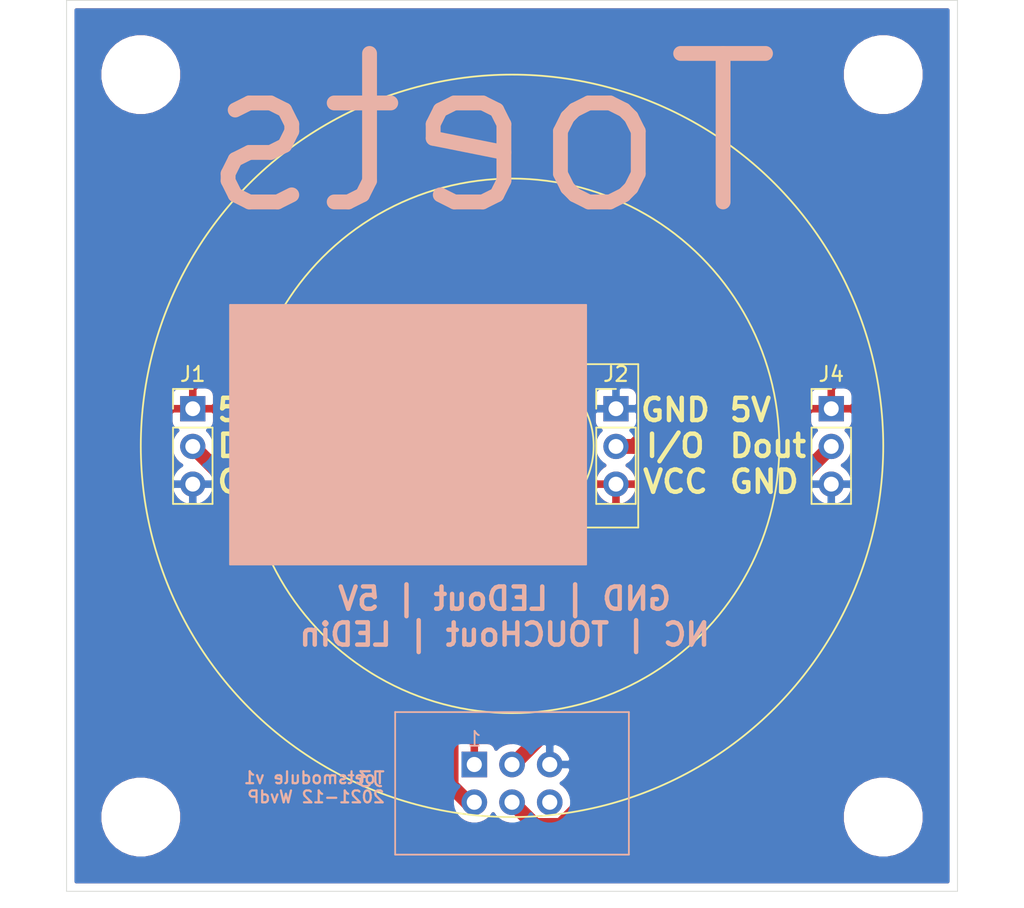
<source format=kicad_pcb>
(kicad_pcb (version 20171130) (host pcbnew "(5.1.10)-1")

  (general
    (thickness 1.6)
    (drawings 19)
    (tracks 14)
    (zones 0)
    (modules 8)
    (nets 6)
  )

  (page A4)
  (layers
    (0 F.Cu signal)
    (31 B.Cu signal)
    (32 B.Adhes user)
    (33 F.Adhes user)
    (34 B.Paste user)
    (35 F.Paste user)
    (36 B.SilkS user)
    (37 F.SilkS user)
    (38 B.Mask user)
    (39 F.Mask user)
    (40 Dwgs.User user)
    (41 Cmts.User user)
    (42 Eco1.User user)
    (43 Eco2.User user)
    (44 Edge.Cuts user)
    (45 Margin user)
    (46 B.CrtYd user)
    (47 F.CrtYd user)
    (48 B.Fab user)
    (49 F.Fab user)
  )

  (setup
    (last_trace_width 1)
    (user_trace_width 1)
    (trace_clearance 0.2)
    (zone_clearance 0.508)
    (zone_45_only no)
    (trace_min 0.2)
    (via_size 0.8)
    (via_drill 0.4)
    (via_min_size 0.4)
    (via_min_drill 0.3)
    (uvia_size 0.3)
    (uvia_drill 0.1)
    (uvias_allowed no)
    (uvia_min_size 0.2)
    (uvia_min_drill 0.1)
    (edge_width 0.05)
    (segment_width 0.2)
    (pcb_text_width 0.3)
    (pcb_text_size 1.5 1.5)
    (mod_edge_width 0.12)
    (mod_text_size 1 1)
    (mod_text_width 0.15)
    (pad_size 1.524 1.524)
    (pad_drill 0.762)
    (pad_to_mask_clearance 0)
    (aux_axis_origin 0 0)
    (visible_elements 7FFFFFFF)
    (pcbplotparams
      (layerselection 0x010fc_ffffffff)
      (usegerberextensions false)
      (usegerberattributes true)
      (usegerberadvancedattributes true)
      (creategerberjobfile true)
      (excludeedgelayer true)
      (linewidth 0.100000)
      (plotframeref false)
      (viasonmask false)
      (mode 1)
      (useauxorigin false)
      (hpglpennumber 1)
      (hpglpenspeed 20)
      (hpglpendiameter 15.000000)
      (psnegative false)
      (psa4output false)
      (plotreference true)
      (plotvalue true)
      (plotinvisibletext false)
      (padsonsilk false)
      (subtractmaskfromsilk false)
      (outputformat 1)
      (mirror false)
      (drillshape 1)
      (scaleselection 1)
      (outputdirectory ""))
  )

  (net 0 "")
  (net 1 GND)
  (net 2 +5V)
  (net 3 /Touch_output)
  (net 4 /LED_in)
  (net 5 /LED_out)

  (net_class Default "This is the default net class."
    (clearance 0.2)
    (trace_width 0.25)
    (via_dia 0.8)
    (via_drill 0.4)
    (uvia_dia 0.3)
    (uvia_drill 0.1)
    (add_net +5V)
    (add_net /LED_in)
    (add_net /LED_out)
    (add_net /Touch_output)
    (add_net GND)
  )

  (net_class Big ""
    (clearance 0.2)
    (trace_width 1)
    (via_dia 0.8)
    (via_drill 0.4)
    (uvia_dia 0.3)
    (uvia_drill 0.1)
  )

  (module Mounting_Holes:MountingHole_4.3mm_M4 locked (layer F.Cu) (tedit 56D1B4CB) (tstamp 61B90868)
    (at 150 140)
    (descr "Mounting Hole 4.3mm, no annular, M4")
    (tags "mounting hole 4.3mm no annular m4")
    (fp_text reference REF** (at 0 -5.3) (layer F.SilkS) hide
      (effects (font (size 1 1) (thickness 0.15)))
    )
    (fp_text value MountingHole_4.3mm_M4 (at 0 5.3) (layer F.Fab)
      (effects (font (size 1 1) (thickness 0.15)))
    )
    (fp_circle (center 0 0) (end 4.3 0) (layer Cmts.User) (width 0.15))
    (fp_circle (center 0 0) (end 4.55 0) (layer F.CrtYd) (width 0.05))
    (pad 1 np_thru_hole circle (at 0 0) (size 4.3 4.3) (drill 4.3) (layers *.Cu *.Mask))
  )

  (module Mounting_Holes:MountingHole_4.3mm_M4 locked (layer F.Cu) (tedit 56D1B4CB) (tstamp 61B90868)
    (at 100 140)
    (descr "Mounting Hole 4.3mm, no annular, M4")
    (tags "mounting hole 4.3mm no annular m4")
    (fp_text reference REF** (at 0 -5.3) (layer F.SilkS) hide
      (effects (font (size 1 1) (thickness 0.15)))
    )
    (fp_text value MountingHole_4.3mm_M4 (at 0 5.3) (layer F.Fab)
      (effects (font (size 1 1) (thickness 0.15)))
    )
    (fp_circle (center 0 0) (end 4.3 0) (layer Cmts.User) (width 0.15))
    (fp_circle (center 0 0) (end 4.55 0) (layer F.CrtYd) (width 0.05))
    (pad 1 np_thru_hole circle (at 0 0) (size 4.3 4.3) (drill 4.3) (layers *.Cu *.Mask))
  )

  (module Mounting_Holes:MountingHole_4.3mm_M4 locked (layer F.Cu) (tedit 56D1B4CB) (tstamp 61B90868)
    (at 100 90)
    (descr "Mounting Hole 4.3mm, no annular, M4")
    (tags "mounting hole 4.3mm no annular m4")
    (fp_text reference REF** (at 0 -5.3) (layer F.SilkS) hide
      (effects (font (size 1 1) (thickness 0.15)))
    )
    (fp_text value MountingHole_4.3mm_M4 (at 0 5.3) (layer F.Fab)
      (effects (font (size 1 1) (thickness 0.15)))
    )
    (fp_circle (center 0 0) (end 4.3 0) (layer Cmts.User) (width 0.15))
    (fp_circle (center 0 0) (end 4.55 0) (layer F.CrtYd) (width 0.05))
    (pad 1 np_thru_hole circle (at 0 0) (size 4.3 4.3) (drill 4.3) (layers *.Cu *.Mask))
  )

  (module Mounting_Holes:MountingHole_4.3mm_M4 locked (layer F.Cu) (tedit 56D1B4CB) (tstamp 61B907EC)
    (at 150 90)
    (descr "Mounting Hole 4.3mm, no annular, M4")
    (tags "mounting hole 4.3mm no annular m4")
    (fp_text reference REF** (at 0 -5.3) (layer F.SilkS) hide
      (effects (font (size 1 1) (thickness 0.15)))
    )
    (fp_text value MountingHole_4.3mm_M4 (at 0 5.3) (layer F.Fab)
      (effects (font (size 1 1) (thickness 0.15)))
    )
    (fp_circle (center 0 0) (end 4.3 0) (layer Cmts.User) (width 0.15))
    (fp_circle (center 0 0) (end 4.55 0) (layer F.CrtYd) (width 0.05))
    (pad 1 np_thru_hole circle (at 0 0) (size 4.3 4.3) (drill 4.3) (layers *.Cu *.Mask))
  )

  (module Toetsmodule:IDC_Header_Straight_6pins (layer B.Cu) (tedit 619D577C) (tstamp 61B8F0E3)
    (at 122.46 136.46)
    (descr "6 pins through hole IDC header")
    (tags "IDC header socket VASCH AVR ISP")
    (path /619DA070)
    (fp_text reference J3 (at -7 1) (layer B.SilkS)
      (effects (font (size 1 1) (thickness 0.15)) (justify mirror))
    )
    (fp_text value Conn_01x06_Male (at 3 -5) (layer B.Fab)
      (effects (font (size 1 1) (thickness 0.15)) (justify mirror))
    )
    (fp_line (start -5.33 -3.53) (end -5.33 6.07) (layer B.SilkS) (width 0.12))
    (fp_line (start 10.41 -3.53) (end -5.33 -3.53) (layer B.SilkS) (width 0.12))
    (fp_line (start 10.41 6.07) (end 10.41 -3.53) (layer B.SilkS) (width 0.12))
    (fp_line (start -5.33 6.07) (end 10.41 6.07) (layer B.SilkS) (width 0.12))
    (fp_line (start -5.58 -3.78) (end -5.58 6.32) (layer B.CrtYd) (width 0.05))
    (fp_line (start 10.66 -3.78) (end -5.58 -3.78) (layer B.CrtYd) (width 0.05))
    (fp_line (start 10.66 6.32) (end 10.66 -3.78) (layer B.CrtYd) (width 0.05))
    (fp_line (start -5.58 6.32) (end 10.66 6.32) (layer B.CrtYd) (width 0.05))
    (fp_line (start 10.16 -3.28) (end 9.6 -2.73) (layer B.Fab) (width 0.1))
    (fp_line (start -5.08 -3.28) (end -4.54 -2.73) (layer B.Fab) (width 0.1))
    (fp_line (start 10.16 5.82) (end 9.6 5.27) (layer B.Fab) (width 0.1))
    (fp_line (start -5.08 5.82) (end -4.54 5.27) (layer B.Fab) (width 0.1))
    (fp_line (start 9.6 5.27) (end 9.6 -2.73) (layer B.Fab) (width 0.1))
    (fp_line (start 10.16 5.82) (end 10.16 -3.28) (layer B.Fab) (width 0.1))
    (fp_line (start -4.54 5.27) (end -4.54 -2.73) (layer B.Fab) (width 0.1))
    (fp_line (start -5.08 5.82) (end -5.08 -3.28) (layer B.Fab) (width 0.1))
    (fp_line (start 4.79 -2.73) (end 4.79 -3.28) (layer B.Fab) (width 0.1))
    (fp_line (start 0.29 -2.73) (end 0.29 -3.28) (layer B.Fab) (width 0.1))
    (fp_line (start 4.79 -2.73) (end 9.6 -2.73) (layer B.Fab) (width 0.1))
    (fp_line (start -4.54 -2.73) (end 0.29 -2.73) (layer B.Fab) (width 0.1))
    (fp_line (start -5.08 -3.28) (end 10.16 -3.28) (layer B.Fab) (width 0.1))
    (fp_line (start -4.54 5.27) (end 9.6 5.27) (layer B.Fab) (width 0.1))
    (fp_line (start -5.08 5.82) (end 10.16 5.82) (layer B.Fab) (width 0.1))
    (fp_text user 1 (at 0.02 -1.72) (layer B.SilkS)
      (effects (font (size 1 1) (thickness 0.12)) (justify mirror))
    )
    (pad 6 thru_hole oval (at 5.08 2.54) (size 1.7272 1.7272) (drill 1.016) (layers *.Cu *.Mask))
    (pad 5 thru_hole oval (at 5.08 0) (size 1.7272 1.7272) (drill 1.016) (layers *.Cu *.Mask)
      (net 1 GND))
    (pad 4 thru_hole oval (at 2.54 2.54) (size 1.7272 1.7272) (drill 1.016) (layers *.Cu *.Mask)
      (net 3 /Touch_output))
    (pad 3 thru_hole oval (at 2.54 0) (size 1.7272 1.7272) (drill 1.016) (layers *.Cu *.Mask)
      (net 5 /LED_out))
    (pad 2 thru_hole oval (at 0 2.54) (size 1.7272 1.7272) (drill 1.016) (layers *.Cu *.Mask)
      (net 4 /LED_in))
    (pad 1 thru_hole rect (at 0 0) (size 1.7272 1.7272) (drill 1.016) (layers *.Cu *.Mask)
      (net 2 +5V))
    (model ${KISYS3DMOD}/Connector_IDC.3dshapes/IDC-Header_2x03_P2.54mm_Vertical.step
      (offset (xyz 5 2.5 0))
      (scale (xyz 1 1 1))
      (rotate (xyz 0 0 90))
    )
  )

  (module Pin_Headers:Pin_Header_Straight_1x03_Pitch2.54mm (layer F.Cu) (tedit 59650532) (tstamp 619D5958)
    (at 146.5 112.5)
    (descr "Through hole straight pin header, 1x03, 2.54mm pitch, single row")
    (tags "Through hole pin header THT 1x03 2.54mm single row")
    (path /619D43F1)
    (fp_text reference J4 (at 0 -2.33) (layer F.SilkS)
      (effects (font (size 1 1) (thickness 0.15)))
    )
    (fp_text value Conn_01x03_Male (at 0 7.41) (layer F.Fab)
      (effects (font (size 1 1) (thickness 0.15)))
    )
    (fp_line (start -0.635 -1.27) (end 1.27 -1.27) (layer F.Fab) (width 0.1))
    (fp_line (start 1.27 -1.27) (end 1.27 6.35) (layer F.Fab) (width 0.1))
    (fp_line (start 1.27 6.35) (end -1.27 6.35) (layer F.Fab) (width 0.1))
    (fp_line (start -1.27 6.35) (end -1.27 -0.635) (layer F.Fab) (width 0.1))
    (fp_line (start -1.27 -0.635) (end -0.635 -1.27) (layer F.Fab) (width 0.1))
    (fp_line (start -1.33 6.41) (end 1.33 6.41) (layer F.SilkS) (width 0.12))
    (fp_line (start -1.33 1.27) (end -1.33 6.41) (layer F.SilkS) (width 0.12))
    (fp_line (start 1.33 1.27) (end 1.33 6.41) (layer F.SilkS) (width 0.12))
    (fp_line (start -1.33 1.27) (end 1.33 1.27) (layer F.SilkS) (width 0.12))
    (fp_line (start -1.33 0) (end -1.33 -1.33) (layer F.SilkS) (width 0.12))
    (fp_line (start -1.33 -1.33) (end 0 -1.33) (layer F.SilkS) (width 0.12))
    (fp_line (start -1.8 -1.8) (end -1.8 6.85) (layer F.CrtYd) (width 0.05))
    (fp_line (start -1.8 6.85) (end 1.8 6.85) (layer F.CrtYd) (width 0.05))
    (fp_line (start 1.8 6.85) (end 1.8 -1.8) (layer F.CrtYd) (width 0.05))
    (fp_line (start 1.8 -1.8) (end -1.8 -1.8) (layer F.CrtYd) (width 0.05))
    (fp_text user %R (at 0 2.54 90) (layer F.Fab)
      (effects (font (size 1 1) (thickness 0.15)))
    )
    (pad 3 thru_hole oval (at 0 5.08) (size 1.7 1.7) (drill 1) (layers *.Cu *.Mask)
      (net 1 GND))
    (pad 2 thru_hole oval (at 0 2.54) (size 1.7 1.7) (drill 1) (layers *.Cu *.Mask)
      (net 5 /LED_out))
    (pad 1 thru_hole rect (at 0 0) (size 1.7 1.7) (drill 1) (layers *.Cu *.Mask)
      (net 2 +5V))
    (model ${KISYS3DMOD}/Pin_Headers.3dshapes/Pin_Header_Straight_1x03_Pitch2.54mm.wrl
      (at (xyz 0 0 0))
      (scale (xyz 1 1 1))
      (rotate (xyz 0 0 0))
    )
  )

  (module Pin_Headers:Pin_Header_Straight_1x03_Pitch2.54mm (layer F.Cu) (tedit 59650532) (tstamp 619D4E5B)
    (at 132 112.5)
    (descr "Through hole straight pin header, 1x03, 2.54mm pitch, single row")
    (tags "Through hole pin header THT 1x03 2.54mm single row")
    (path /619D4ACE)
    (fp_text reference J2 (at 0 -2.33) (layer F.SilkS)
      (effects (font (size 1 1) (thickness 0.15)))
    )
    (fp_text value "Touch module" (at 0 7.41) (layer F.Fab)
      (effects (font (size 1 1) (thickness 0.15)))
    )
    (fp_line (start -0.635 -1.27) (end 1.27 -1.27) (layer F.Fab) (width 0.1))
    (fp_line (start 1.27 -1.27) (end 1.27 6.35) (layer F.Fab) (width 0.1))
    (fp_line (start 1.27 6.35) (end -1.27 6.35) (layer F.Fab) (width 0.1))
    (fp_line (start -1.27 6.35) (end -1.27 -0.635) (layer F.Fab) (width 0.1))
    (fp_line (start -1.27 -0.635) (end -0.635 -1.27) (layer F.Fab) (width 0.1))
    (fp_line (start -1.33 6.41) (end 1.33 6.41) (layer F.SilkS) (width 0.12))
    (fp_line (start -1.33 1.27) (end -1.33 6.41) (layer F.SilkS) (width 0.12))
    (fp_line (start 1.33 1.27) (end 1.33 6.41) (layer F.SilkS) (width 0.12))
    (fp_line (start -1.33 1.27) (end 1.33 1.27) (layer F.SilkS) (width 0.12))
    (fp_line (start -1.33 0) (end -1.33 -1.33) (layer F.SilkS) (width 0.12))
    (fp_line (start -1.33 -1.33) (end 0 -1.33) (layer F.SilkS) (width 0.12))
    (fp_line (start -1.8 -1.8) (end -1.8 6.85) (layer F.CrtYd) (width 0.05))
    (fp_line (start -1.8 6.85) (end 1.8 6.85) (layer F.CrtYd) (width 0.05))
    (fp_line (start 1.8 6.85) (end 1.8 -1.8) (layer F.CrtYd) (width 0.05))
    (fp_line (start 1.8 -1.8) (end -1.8 -1.8) (layer F.CrtYd) (width 0.05))
    (fp_text user %R (at 0 2.54 90) (layer F.Fab)
      (effects (font (size 1 1) (thickness 0.15)))
    )
    (pad 3 thru_hole oval (at 0 5.08) (size 1.7 1.7) (drill 1) (layers *.Cu *.Mask)
      (net 2 +5V))
    (pad 2 thru_hole oval (at 0 2.54) (size 1.7 1.7) (drill 1) (layers *.Cu *.Mask)
      (net 3 /Touch_output))
    (pad 1 thru_hole rect (at 0 0) (size 1.7 1.7) (drill 1) (layers *.Cu *.Mask)
      (net 1 GND))
    (model ${KISYS3DMOD}/Pin_Headers.3dshapes/Pin_Header_Straight_1x03_Pitch2.54mm.wrl
      (at (xyz 0 0 0))
      (scale (xyz 1 1 1))
      (rotate (xyz 0 0 0))
    )
  )

  (module Pin_Headers:Pin_Header_Straight_1x03_Pitch2.54mm (layer F.Cu) (tedit 59650532) (tstamp 619D4E44)
    (at 103.5 112.5)
    (descr "Through hole straight pin header, 1x03, 2.54mm pitch, single row")
    (tags "Through hole pin header THT 1x03 2.54mm single row")
    (path /619D3843)
    (fp_text reference J1 (at 0 -2.33) (layer F.SilkS)
      (effects (font (size 1 1) (thickness 0.15)))
    )
    (fp_text value Conn_01x03_Male (at 0 7.41) (layer F.Fab)
      (effects (font (size 1 1) (thickness 0.15)))
    )
    (fp_line (start -0.635 -1.27) (end 1.27 -1.27) (layer F.Fab) (width 0.1))
    (fp_line (start 1.27 -1.27) (end 1.27 6.35) (layer F.Fab) (width 0.1))
    (fp_line (start 1.27 6.35) (end -1.27 6.35) (layer F.Fab) (width 0.1))
    (fp_line (start -1.27 6.35) (end -1.27 -0.635) (layer F.Fab) (width 0.1))
    (fp_line (start -1.27 -0.635) (end -0.635 -1.27) (layer F.Fab) (width 0.1))
    (fp_line (start -1.33 6.41) (end 1.33 6.41) (layer F.SilkS) (width 0.12))
    (fp_line (start -1.33 1.27) (end -1.33 6.41) (layer F.SilkS) (width 0.12))
    (fp_line (start 1.33 1.27) (end 1.33 6.41) (layer F.SilkS) (width 0.12))
    (fp_line (start -1.33 1.27) (end 1.33 1.27) (layer F.SilkS) (width 0.12))
    (fp_line (start -1.33 0) (end -1.33 -1.33) (layer F.SilkS) (width 0.12))
    (fp_line (start -1.33 -1.33) (end 0 -1.33) (layer F.SilkS) (width 0.12))
    (fp_line (start -1.8 -1.8) (end -1.8 6.85) (layer F.CrtYd) (width 0.05))
    (fp_line (start -1.8 6.85) (end 1.8 6.85) (layer F.CrtYd) (width 0.05))
    (fp_line (start 1.8 6.85) (end 1.8 -1.8) (layer F.CrtYd) (width 0.05))
    (fp_line (start 1.8 -1.8) (end -1.8 -1.8) (layer F.CrtYd) (width 0.05))
    (fp_text user %R (at 0 2.54 90) (layer F.Fab)
      (effects (font (size 1 1) (thickness 0.15)))
    )
    (pad 3 thru_hole oval (at 0 5.08) (size 1.7 1.7) (drill 1) (layers *.Cu *.Mask)
      (net 1 GND))
    (pad 2 thru_hole oval (at 0 2.54) (size 1.7 1.7) (drill 1) (layers *.Cu *.Mask)
      (net 4 /LED_in))
    (pad 1 thru_hole rect (at 0 0) (size 1.7 1.7) (drill 1) (layers *.Cu *.Mask)
      (net 2 +5V))
    (model ${KISYS3DMOD}/Pin_Headers.3dshapes/Pin_Header_Straight_1x03_Pitch2.54mm.wrl
      (at (xyz 0 0 0))
      (scale (xyz 1 1 1))
      (rotate (xyz 0 0 0))
    )
  )

  (gr_circle (center 125 115) (end 125 90) (layer F.SilkS) (width 0.12))
  (gr_text "Toetsmodule v1\n2021-12 WvdP" (at 116.5 138) (layer B.SilkS)
    (effects (font (size 0.8 0.8) (thickness 0.15)) (justify left mirror))
  )
  (gr_poly (pts (xy 130 123) (xy 106 123) (xy 106 105.5) (xy 130 105.5)) (layer B.SilkS) (width 0.1))
  (gr_text Toets (at 123.5 94) (layer B.SilkS) (tstamp 61B8EEAE)
    (effects (font (size 10 10) (thickness 1)) (justify mirror))
  )
  (gr_text "5V\nDout\nGND" (at 139.5 115) (layer F.SilkS) (tstamp 61A53877)
    (effects (font (size 1.5 1.5) (thickness 0.3)) (justify left))
  )
  (gr_text "5V\nDin\nGND" (at 105 115) (layer F.SilkS)
    (effects (font (size 1.5 1.5) (thickness 0.3)) (justify left))
  )
  (gr_text "GND | LEDout | 5V\nNC | TOUCHout | LEDin" (at 124.5 126.5) (layer B.SilkS)
    (effects (font (size 1.5 1.5) (thickness 0.3)) (justify mirror))
  )
  (gr_text "GND\nI/O\nVCC" (at 136 115) (layer F.SilkS)
    (effects (font (size 1.5 1.5) (thickness 0.3)))
  )
  (gr_text TOUCH (at 125 115 270) (layer F.SilkS)
    (effects (font (size 1.5 1.5) (thickness 0.3)))
  )
  (gr_circle (center 125 115) (end 125 97) (layer F.SilkS) (width 0.12))
  (gr_circle (center 125 115) (end 125 109.5) (layer F.SilkS) (width 0.12) (tstamp 619D53DA))
  (gr_line (start 133.5 120.5) (end 119.5 120.5) (layer F.SilkS) (width 0.12) (tstamp 619D53D7))
  (gr_line (start 133.5 109.5) (end 133.5 120.5) (layer F.SilkS) (width 0.12) (tstamp 619D53DD))
  (gr_line (start 119.5 109.5) (end 133.5 109.5) (layer F.SilkS) (width 0.12) (tstamp 619D53D1))
  (gr_line (start 119.5 120.5) (end 119.5 109.5) (layer F.SilkS) (width 0.12) (tstamp 619D53CE))
  (gr_line (start 95 145) (end 95 85) (layer Edge.Cuts) (width 0.05) (tstamp 619D4D77))
  (gr_line (start 155 145) (end 95 145) (layer Edge.Cuts) (width 0.05))
  (gr_line (start 155 85) (end 155 145) (layer Edge.Cuts) (width 0.05))
  (gr_line (start 95 85) (end 155 85) (layer Edge.Cuts) (width 0.05))

  (segment (start 128.290529 140.563601) (end 126.563601 140.563601) (width 1) (layer F.Cu) (net 3))
  (segment (start 151 117.85413) (end 128.290529 140.563601) (width 1) (layer F.Cu) (net 3))
  (segment (start 151 111) (end 151 117.85413) (width 1) (layer F.Cu) (net 3))
  (segment (start 126.563601 140.563601) (end 125 139) (width 1) (layer F.Cu) (net 3))
  (segment (start 147 107) (end 151 111) (width 1) (layer F.Cu) (net 3))
  (segment (start 141.242081 107) (end 147 107) (width 1) (layer F.Cu) (net 3))
  (segment (start 133.202081 115.04) (end 141.242081 107) (width 1) (layer F.Cu) (net 3))
  (segment (start 132 115.04) (end 133.202081 115.04) (width 1) (layer F.Cu) (net 3))
  (segment (start 120.896399 137.883601) (end 122.012798 139) (width 1) (layer F.Cu) (net 4))
  (segment (start 120.896399 132.436399) (end 120.896399 137.883601) (width 1) (layer F.Cu) (net 4))
  (segment (start 122.012798 139) (end 122.46 139) (width 1) (layer F.Cu) (net 4))
  (segment (start 103.5 115.04) (end 120.896399 132.436399) (width 1) (layer F.Cu) (net 4))
  (segment (start 125.08 136.46) (end 125 136.46) (width 1) (layer F.Cu) (net 5))
  (segment (start 146.5 115.04) (end 125.08 136.46) (width 1) (layer F.Cu) (net 5))

  (zone (net 2) (net_name +5V) (layer F.Cu) (tstamp 61B264C9) (hatch edge 0.508)
    (connect_pads (clearance 0.508))
    (min_thickness 0.254)
    (fill yes (arc_segments 32) (thermal_gap 0.508) (thermal_bridge_width 0.508))
    (polygon
      (pts
        (xy 155 145) (xy 95 145) (xy 95 85) (xy 155 85)
      )
    )
    (filled_polygon
      (pts
        (xy 154.340001 144.34) (xy 95.66 144.34) (xy 95.66 139.725701) (xy 97.215 139.725701) (xy 97.215 140.274299)
        (xy 97.322026 140.812354) (xy 97.531965 141.319192) (xy 97.83675 141.775334) (xy 98.224666 142.16325) (xy 98.680808 142.468035)
        (xy 99.187646 142.677974) (xy 99.725701 142.785) (xy 100.274299 142.785) (xy 100.812354 142.677974) (xy 101.319192 142.468035)
        (xy 101.775334 142.16325) (xy 102.16325 141.775334) (xy 102.468035 141.319192) (xy 102.677974 140.812354) (xy 102.785 140.274299)
        (xy 102.785 139.725701) (xy 102.677974 139.187646) (xy 102.468035 138.680808) (xy 102.16325 138.224666) (xy 101.775334 137.83675)
        (xy 101.319192 137.531965) (xy 100.812354 137.322026) (xy 100.274299 137.215) (xy 99.725701 137.215) (xy 99.187646 137.322026)
        (xy 98.680808 137.531965) (xy 98.224666 137.83675) (xy 97.83675 138.224666) (xy 97.531965 138.680808) (xy 97.322026 139.187646)
        (xy 97.215 139.725701) (xy 95.66 139.725701) (xy 95.66 113.35) (xy 102.011928 113.35) (xy 102.024188 113.474482)
        (xy 102.060498 113.59418) (xy 102.119463 113.704494) (xy 102.198815 113.801185) (xy 102.295506 113.880537) (xy 102.40582 113.939502)
        (xy 102.47838 113.961513) (xy 102.346525 114.093368) (xy 102.18401 114.336589) (xy 102.072068 114.606842) (xy 102.015 114.89374)
        (xy 102.015 115.18626) (xy 102.072068 115.473158) (xy 102.18401 115.743411) (xy 102.346525 115.986632) (xy 102.553368 116.193475)
        (xy 102.72776 116.31) (xy 102.553368 116.426525) (xy 102.346525 116.633368) (xy 102.18401 116.876589) (xy 102.072068 117.146842)
        (xy 102.015 117.43374) (xy 102.015 117.72626) (xy 102.072068 118.013158) (xy 102.18401 118.283411) (xy 102.346525 118.526632)
        (xy 102.553368 118.733475) (xy 102.796589 118.89599) (xy 103.066842 119.007932) (xy 103.35374 119.065) (xy 103.64626 119.065)
        (xy 103.933158 119.007932) (xy 104.203411 118.89599) (xy 104.446632 118.733475) (xy 104.653475 118.526632) (xy 104.81599 118.283411)
        (xy 104.910386 118.055517) (xy 119.761399 132.906531) (xy 119.7614 137.82784) (xy 119.755908 137.883601) (xy 119.777822 138.106099)
        (xy 119.842723 138.320047) (xy 119.891783 138.411831) (xy 119.948116 138.517224) (xy 120.089951 138.69005) (xy 120.133259 138.725592)
        (xy 121.161035 139.75337) (xy 121.295961 139.955302) (xy 121.504698 140.164039) (xy 121.750147 140.328042) (xy 122.022875 140.44101)
        (xy 122.312401 140.4986) (xy 122.607599 140.4986) (xy 122.897125 140.44101) (xy 123.169853 140.328042) (xy 123.415302 140.164039)
        (xy 123.624039 139.955302) (xy 123.73 139.796719) (xy 123.835961 139.955302) (xy 124.044698 140.164039) (xy 124.290147 140.328042)
        (xy 124.562875 140.44101) (xy 124.852401 140.4986) (xy 124.893469 140.4986) (xy 125.72161 141.326741) (xy 125.757152 141.37005)
        (xy 125.929977 141.511884) (xy 125.929978 141.511885) (xy 126.127154 141.617277) (xy 126.341102 141.682178) (xy 126.563601 141.704092)
        (xy 126.619353 141.698601) (xy 128.234778 141.698601) (xy 128.290529 141.704092) (xy 128.34628 141.698601) (xy 128.346281 141.698601)
        (xy 128.513028 141.682178) (xy 128.726976 141.617277) (xy 128.924152 141.511885) (xy 129.096978 141.37005) (xy 129.132525 141.326736)
        (xy 130.73356 139.725701) (xy 147.215 139.725701) (xy 147.215 140.274299) (xy 147.322026 140.812354) (xy 147.531965 141.319192)
        (xy 147.83675 141.775334) (xy 148.224666 142.16325) (xy 148.680808 142.468035) (xy 149.187646 142.677974) (xy 149.725701 142.785)
        (xy 150.274299 142.785) (xy 150.812354 142.677974) (xy 151.319192 142.468035) (xy 151.775334 142.16325) (xy 152.16325 141.775334)
        (xy 152.468035 141.319192) (xy 152.677974 140.812354) (xy 152.785 140.274299) (xy 152.785 139.725701) (xy 152.677974 139.187646)
        (xy 152.468035 138.680808) (xy 152.16325 138.224666) (xy 151.775334 137.83675) (xy 151.319192 137.531965) (xy 150.812354 137.322026)
        (xy 150.274299 137.215) (xy 149.725701 137.215) (xy 149.187646 137.322026) (xy 148.680808 137.531965) (xy 148.224666 137.83675)
        (xy 147.83675 138.224666) (xy 147.531965 138.680808) (xy 147.322026 139.187646) (xy 147.215 139.725701) (xy 130.73356 139.725701)
        (xy 151.763141 118.696121) (xy 151.806449 118.660579) (xy 151.948284 118.487753) (xy 152.053676 118.290577) (xy 152.118577 118.076629)
        (xy 152.135 117.909882) (xy 152.140491 117.85413) (xy 152.135 117.798378) (xy 152.135 111.055741) (xy 152.14049 110.999999)
        (xy 152.135 110.944257) (xy 152.135 110.944248) (xy 152.118577 110.777501) (xy 152.053676 110.563553) (xy 151.948284 110.366377)
        (xy 151.806449 110.193551) (xy 151.763141 110.158009) (xy 147.841996 106.236865) (xy 147.806449 106.193551) (xy 147.633623 106.051716)
        (xy 147.436447 105.946324) (xy 147.222499 105.881423) (xy 147.055752 105.865) (xy 147.055751 105.865) (xy 147 105.859509)
        (xy 146.944249 105.865) (xy 141.297832 105.865) (xy 141.24208 105.859509) (xy 141.186329 105.865) (xy 141.019582 105.881423)
        (xy 140.805634 105.946324) (xy 140.608458 106.051716) (xy 140.435632 106.193551) (xy 140.40009 106.236859) (xy 133.488072 113.148878)
        (xy 133.488072 111.65) (xy 133.475812 111.525518) (xy 133.439502 111.40582) (xy 133.380537 111.295506) (xy 133.301185 111.198815)
        (xy 133.204494 111.119463) (xy 133.09418 111.060498) (xy 132.974482 111.024188) (xy 132.85 111.011928) (xy 131.15 111.011928)
        (xy 131.025518 111.024188) (xy 130.90582 111.060498) (xy 130.795506 111.119463) (xy 130.698815 111.198815) (xy 130.619463 111.295506)
        (xy 130.560498 111.40582) (xy 130.524188 111.525518) (xy 130.511928 111.65) (xy 130.511928 113.35) (xy 130.524188 113.474482)
        (xy 130.560498 113.59418) (xy 130.619463 113.704494) (xy 130.698815 113.801185) (xy 130.795506 113.880537) (xy 130.90582 113.939502)
        (xy 130.97838 113.961513) (xy 130.846525 114.093368) (xy 130.68401 114.336589) (xy 130.572068 114.606842) (xy 130.515 114.89374)
        (xy 130.515 115.18626) (xy 130.572068 115.473158) (xy 130.68401 115.743411) (xy 130.846525 115.986632) (xy 131.053368 116.193475)
        (xy 131.235534 116.315195) (xy 131.118645 116.384822) (xy 130.902412 116.579731) (xy 130.728359 116.81308) (xy 130.603175 117.075901)
        (xy 130.558524 117.22311) (xy 130.679845 117.453) (xy 131.873 117.453) (xy 131.873 117.433) (xy 132.127 117.433)
        (xy 132.127 117.453) (xy 133.320155 117.453) (xy 133.441476 117.22311) (xy 133.396825 117.075901) (xy 133.271641 116.81308)
        (xy 133.097588 116.579731) (xy 132.881355 116.384822) (xy 132.764466 116.315195) (xy 132.946632 116.193475) (xy 132.965107 116.175)
        (xy 133.14633 116.175) (xy 133.202081 116.180491) (xy 133.257832 116.175) (xy 133.257833 116.175) (xy 133.42458 116.158577)
        (xy 133.638528 116.093676) (xy 133.835704 115.988284) (xy 134.00853 115.846449) (xy 134.044077 115.803135) (xy 138.197212 111.65)
        (xy 145.011928 111.65) (xy 145.015 112.21425) (xy 145.17375 112.373) (xy 146.373 112.373) (xy 146.373 111.17375)
        (xy 146.627 111.17375) (xy 146.627 112.373) (xy 147.82625 112.373) (xy 147.985 112.21425) (xy 147.988072 111.65)
        (xy 147.975812 111.525518) (xy 147.939502 111.40582) (xy 147.880537 111.295506) (xy 147.801185 111.198815) (xy 147.704494 111.119463)
        (xy 147.59418 111.060498) (xy 147.474482 111.024188) (xy 147.35 111.011928) (xy 146.78575 111.015) (xy 146.627 111.17375)
        (xy 146.373 111.17375) (xy 146.21425 111.015) (xy 145.65 111.011928) (xy 145.525518 111.024188) (xy 145.40582 111.060498)
        (xy 145.295506 111.119463) (xy 145.198815 111.198815) (xy 145.119463 111.295506) (xy 145.060498 111.40582) (xy 145.024188 111.525518)
        (xy 145.011928 111.65) (xy 138.197212 111.65) (xy 141.712213 108.135) (xy 146.529869 108.135) (xy 149.865 111.470132)
        (xy 149.865001 117.383997) (xy 128.89464 138.354359) (xy 128.868042 138.290147) (xy 128.704039 138.044698) (xy 128.495302 137.835961)
        (xy 128.336719 137.73) (xy 128.495302 137.624039) (xy 128.704039 137.415302) (xy 128.868042 137.169853) (xy 128.98101 136.897125)
        (xy 129.0386 136.607599) (xy 129.0386 136.312401) (xy 128.98101 136.022875) (xy 128.868042 135.750147) (xy 128.704039 135.504698)
        (xy 128.495302 135.295961) (xy 128.249853 135.131958) (xy 128.082495 135.062636) (xy 145.089614 118.055519) (xy 145.18401 118.283411)
        (xy 145.346525 118.526632) (xy 145.553368 118.733475) (xy 145.796589 118.89599) (xy 146.066842 119.007932) (xy 146.35374 119.065)
        (xy 146.64626 119.065) (xy 146.933158 119.007932) (xy 147.203411 118.89599) (xy 147.446632 118.733475) (xy 147.653475 118.526632)
        (xy 147.81599 118.283411) (xy 147.927932 118.013158) (xy 147.985 117.72626) (xy 147.985 117.43374) (xy 147.927932 117.146842)
        (xy 147.81599 116.876589) (xy 147.653475 116.633368) (xy 147.446632 116.426525) (xy 147.27224 116.31) (xy 147.446632 116.193475)
        (xy 147.653475 115.986632) (xy 147.81599 115.743411) (xy 147.927932 115.473158) (xy 147.985 115.18626) (xy 147.985 114.89374)
        (xy 147.927932 114.606842) (xy 147.81599 114.336589) (xy 147.653475 114.093368) (xy 147.52162 113.961513) (xy 147.59418 113.939502)
        (xy 147.704494 113.880537) (xy 147.801185 113.801185) (xy 147.880537 113.704494) (xy 147.939502 113.59418) (xy 147.975812 113.474482)
        (xy 147.988072 113.35) (xy 147.985 112.78575) (xy 147.82625 112.627) (xy 146.627 112.627) (xy 146.627 112.647)
        (xy 146.373 112.647) (xy 146.373 112.627) (xy 145.17375 112.627) (xy 145.015 112.78575) (xy 145.011928 113.35)
        (xy 145.024188 113.474482) (xy 145.060498 113.59418) (xy 145.119463 113.704494) (xy 145.198815 113.801185) (xy 145.295506 113.880537)
        (xy 145.40582 113.939502) (xy 145.47838 113.961513) (xy 145.346525 114.093368) (xy 145.18401 114.336589) (xy 145.072068 114.606842)
        (xy 145.015 114.89374) (xy 145.015 114.919867) (xy 124.973469 134.9614) (xy 124.852401 134.9614) (xy 124.562875 135.01899)
        (xy 124.290147 135.131958) (xy 124.044698 135.295961) (xy 123.930636 135.410023) (xy 123.913102 135.35222) (xy 123.854137 135.241906)
        (xy 123.774785 135.145215) (xy 123.678094 135.065863) (xy 123.56778 135.006898) (xy 123.448082 134.970588) (xy 123.3236 134.958328)
        (xy 122.74575 134.9614) (xy 122.587 135.12015) (xy 122.587 136.333) (xy 122.607 136.333) (xy 122.607 136.587)
        (xy 122.587 136.587) (xy 122.587 136.607) (xy 122.333 136.607) (xy 122.333 136.587) (xy 122.313 136.587)
        (xy 122.313 136.333) (xy 122.333 136.333) (xy 122.333 135.12015) (xy 122.17425 134.9614) (xy 122.031399 134.960641)
        (xy 122.031399 132.49214) (xy 122.036889 132.436398) (xy 122.031399 132.380656) (xy 122.031399 132.380647) (xy 122.014976 132.2139)
        (xy 121.950075 131.999952) (xy 121.844683 131.802776) (xy 121.702848 131.62995) (xy 121.65954 131.594408) (xy 108.002022 117.93689)
        (xy 130.558524 117.93689) (xy 130.603175 118.084099) (xy 130.728359 118.34692) (xy 130.902412 118.580269) (xy 131.118645 118.775178)
        (xy 131.368748 118.924157) (xy 131.643109 119.021481) (xy 131.873 118.900814) (xy 131.873 117.707) (xy 132.127 117.707)
        (xy 132.127 118.900814) (xy 132.356891 119.021481) (xy 132.631252 118.924157) (xy 132.881355 118.775178) (xy 133.097588 118.580269)
        (xy 133.271641 118.34692) (xy 133.396825 118.084099) (xy 133.441476 117.93689) (xy 133.320155 117.707) (xy 132.127 117.707)
        (xy 131.873 117.707) (xy 130.679845 117.707) (xy 130.558524 117.93689) (xy 108.002022 117.93689) (xy 104.985 114.919869)
        (xy 104.985 114.89374) (xy 104.927932 114.606842) (xy 104.81599 114.336589) (xy 104.653475 114.093368) (xy 104.52162 113.961513)
        (xy 104.59418 113.939502) (xy 104.704494 113.880537) (xy 104.801185 113.801185) (xy 104.880537 113.704494) (xy 104.939502 113.59418)
        (xy 104.975812 113.474482) (xy 104.988072 113.35) (xy 104.985 112.78575) (xy 104.82625 112.627) (xy 103.627 112.627)
        (xy 103.627 112.647) (xy 103.373 112.647) (xy 103.373 112.627) (xy 102.17375 112.627) (xy 102.015 112.78575)
        (xy 102.011928 113.35) (xy 95.66 113.35) (xy 95.66 111.65) (xy 102.011928 111.65) (xy 102.015 112.21425)
        (xy 102.17375 112.373) (xy 103.373 112.373) (xy 103.373 111.17375) (xy 103.627 111.17375) (xy 103.627 112.373)
        (xy 104.82625 112.373) (xy 104.985 112.21425) (xy 104.988072 111.65) (xy 104.975812 111.525518) (xy 104.939502 111.40582)
        (xy 104.880537 111.295506) (xy 104.801185 111.198815) (xy 104.704494 111.119463) (xy 104.59418 111.060498) (xy 104.474482 111.024188)
        (xy 104.35 111.011928) (xy 103.78575 111.015) (xy 103.627 111.17375) (xy 103.373 111.17375) (xy 103.21425 111.015)
        (xy 102.65 111.011928) (xy 102.525518 111.024188) (xy 102.40582 111.060498) (xy 102.295506 111.119463) (xy 102.198815 111.198815)
        (xy 102.119463 111.295506) (xy 102.060498 111.40582) (xy 102.024188 111.525518) (xy 102.011928 111.65) (xy 95.66 111.65)
        (xy 95.66 89.725701) (xy 97.215 89.725701) (xy 97.215 90.274299) (xy 97.322026 90.812354) (xy 97.531965 91.319192)
        (xy 97.83675 91.775334) (xy 98.224666 92.16325) (xy 98.680808 92.468035) (xy 99.187646 92.677974) (xy 99.725701 92.785)
        (xy 100.274299 92.785) (xy 100.812354 92.677974) (xy 101.319192 92.468035) (xy 101.775334 92.16325) (xy 102.16325 91.775334)
        (xy 102.468035 91.319192) (xy 102.677974 90.812354) (xy 102.785 90.274299) (xy 102.785 89.725701) (xy 147.215 89.725701)
        (xy 147.215 90.274299) (xy 147.322026 90.812354) (xy 147.531965 91.319192) (xy 147.83675 91.775334) (xy 148.224666 92.16325)
        (xy 148.680808 92.468035) (xy 149.187646 92.677974) (xy 149.725701 92.785) (xy 150.274299 92.785) (xy 150.812354 92.677974)
        (xy 151.319192 92.468035) (xy 151.775334 92.16325) (xy 152.16325 91.775334) (xy 152.468035 91.319192) (xy 152.677974 90.812354)
        (xy 152.785 90.274299) (xy 152.785 89.725701) (xy 152.677974 89.187646) (xy 152.468035 88.680808) (xy 152.16325 88.224666)
        (xy 151.775334 87.83675) (xy 151.319192 87.531965) (xy 150.812354 87.322026) (xy 150.274299 87.215) (xy 149.725701 87.215)
        (xy 149.187646 87.322026) (xy 148.680808 87.531965) (xy 148.224666 87.83675) (xy 147.83675 88.224666) (xy 147.531965 88.680808)
        (xy 147.322026 89.187646) (xy 147.215 89.725701) (xy 102.785 89.725701) (xy 102.677974 89.187646) (xy 102.468035 88.680808)
        (xy 102.16325 88.224666) (xy 101.775334 87.83675) (xy 101.319192 87.531965) (xy 100.812354 87.322026) (xy 100.274299 87.215)
        (xy 99.725701 87.215) (xy 99.187646 87.322026) (xy 98.680808 87.531965) (xy 98.224666 87.83675) (xy 97.83675 88.224666)
        (xy 97.531965 88.680808) (xy 97.322026 89.187646) (xy 97.215 89.725701) (xy 95.66 89.725701) (xy 95.66 85.66)
        (xy 154.34 85.66)
      )
    )
  )
  (zone (net 1) (net_name GND) (layer B.Cu) (tstamp 61B8EDD1) (hatch edge 0.508)
    (connect_pads (clearance 0.508))
    (min_thickness 0.254)
    (fill yes (arc_segments 32) (thermal_gap 0.508) (thermal_bridge_width 0.508))
    (polygon
      (pts
        (xy 155 145) (xy 95 145) (xy 95 85) (xy 155 85)
      )
    )
    (filled_polygon
      (pts
        (xy 154.340001 144.34) (xy 95.66 144.34) (xy 95.66 139.725701) (xy 97.215 139.725701) (xy 97.215 140.274299)
        (xy 97.322026 140.812354) (xy 97.531965 141.319192) (xy 97.83675 141.775334) (xy 98.224666 142.16325) (xy 98.680808 142.468035)
        (xy 99.187646 142.677974) (xy 99.725701 142.785) (xy 100.274299 142.785) (xy 100.812354 142.677974) (xy 101.319192 142.468035)
        (xy 101.775334 142.16325) (xy 102.16325 141.775334) (xy 102.468035 141.319192) (xy 102.677974 140.812354) (xy 102.785 140.274299)
        (xy 102.785 139.725701) (xy 102.677974 139.187646) (xy 102.468035 138.680808) (xy 102.16325 138.224666) (xy 101.775334 137.83675)
        (xy 101.319192 137.531965) (xy 100.812354 137.322026) (xy 100.274299 137.215) (xy 99.725701 137.215) (xy 99.187646 137.322026)
        (xy 98.680808 137.531965) (xy 98.224666 137.83675) (xy 97.83675 138.224666) (xy 97.531965 138.680808) (xy 97.322026 139.187646)
        (xy 97.215 139.725701) (xy 95.66 139.725701) (xy 95.66 135.5964) (xy 120.958328 135.5964) (xy 120.958328 137.3236)
        (xy 120.970588 137.448082) (xy 121.006898 137.56778) (xy 121.065863 137.678094) (xy 121.145215 137.774785) (xy 121.241906 137.854137)
        (xy 121.35222 137.913102) (xy 121.410023 137.930636) (xy 121.295961 138.044698) (xy 121.131958 138.290147) (xy 121.01899 138.562875)
        (xy 120.9614 138.852401) (xy 120.9614 139.147599) (xy 121.01899 139.437125) (xy 121.131958 139.709853) (xy 121.295961 139.955302)
        (xy 121.504698 140.164039) (xy 121.750147 140.328042) (xy 122.022875 140.44101) (xy 122.312401 140.4986) (xy 122.607599 140.4986)
        (xy 122.897125 140.44101) (xy 123.169853 140.328042) (xy 123.415302 140.164039) (xy 123.624039 139.955302) (xy 123.73 139.796719)
        (xy 123.835961 139.955302) (xy 124.044698 140.164039) (xy 124.290147 140.328042) (xy 124.562875 140.44101) (xy 124.852401 140.4986)
        (xy 125.147599 140.4986) (xy 125.437125 140.44101) (xy 125.709853 140.328042) (xy 125.955302 140.164039) (xy 126.164039 139.955302)
        (xy 126.27 139.796719) (xy 126.375961 139.955302) (xy 126.584698 140.164039) (xy 126.830147 140.328042) (xy 127.102875 140.44101)
        (xy 127.392401 140.4986) (xy 127.687599 140.4986) (xy 127.977125 140.44101) (xy 128.249853 140.328042) (xy 128.495302 140.164039)
        (xy 128.704039 139.955302) (xy 128.857452 139.725701) (xy 147.215 139.725701) (xy 147.215 140.274299) (xy 147.322026 140.812354)
        (xy 147.531965 141.319192) (xy 147.83675 141.775334) (xy 148.224666 142.16325) (xy 148.680808 142.468035) (xy 149.187646 142.677974)
        (xy 149.725701 142.785) (xy 150.274299 142.785) (xy 150.812354 142.677974) (xy 151.319192 142.468035) (xy 151.775334 142.16325)
        (xy 152.16325 141.775334) (xy 152.468035 141.319192) (xy 152.677974 140.812354) (xy 152.785 140.274299) (xy 152.785 139.725701)
        (xy 152.677974 139.187646) (xy 152.468035 138.680808) (xy 152.16325 138.224666) (xy 151.775334 137.83675) (xy 151.319192 137.531965)
        (xy 150.812354 137.322026) (xy 150.274299 137.215) (xy 149.725701 137.215) (xy 149.187646 137.322026) (xy 148.680808 137.531965)
        (xy 148.224666 137.83675) (xy 147.83675 138.224666) (xy 147.531965 138.680808) (xy 147.322026 139.187646) (xy 147.215 139.725701)
        (xy 128.857452 139.725701) (xy 128.868042 139.709853) (xy 128.98101 139.437125) (xy 129.0386 139.147599) (xy 129.0386 138.852401)
        (xy 128.98101 138.562875) (xy 128.868042 138.290147) (xy 128.704039 138.044698) (xy 128.495302 137.835961) (xy 128.329897 137.725441)
        (xy 128.428488 137.666817) (xy 128.646854 137.470293) (xy 128.822684 137.234944) (xy 128.949222 136.969814) (xy 128.994958 136.819026)
        (xy 128.873817 136.587) (xy 127.667 136.587) (xy 127.667 136.607) (xy 127.413 136.607) (xy 127.413 136.587)
        (xy 127.393 136.587) (xy 127.393 136.333) (xy 127.413 136.333) (xy 127.413 135.125536) (xy 127.667 135.125536)
        (xy 127.667 136.333) (xy 128.873817 136.333) (xy 128.994958 136.100974) (xy 128.949222 135.950186) (xy 128.822684 135.685056)
        (xy 128.646854 135.449707) (xy 128.428488 135.253183) (xy 128.175978 135.103036) (xy 127.899027 135.005037) (xy 127.667 135.125536)
        (xy 127.413 135.125536) (xy 127.180973 135.005037) (xy 126.904022 135.103036) (xy 126.651512 135.253183) (xy 126.433146 135.449707)
        (xy 126.271692 135.665813) (xy 126.164039 135.504698) (xy 125.955302 135.295961) (xy 125.709853 135.131958) (xy 125.437125 135.01899)
        (xy 125.147599 134.9614) (xy 124.852401 134.9614) (xy 124.562875 135.01899) (xy 124.290147 135.131958) (xy 124.044698 135.295961)
        (xy 123.930636 135.410023) (xy 123.913102 135.35222) (xy 123.854137 135.241906) (xy 123.774785 135.145215) (xy 123.678094 135.065863)
        (xy 123.56778 135.006898) (xy 123.448082 134.970588) (xy 123.3236 134.958328) (xy 121.5964 134.958328) (xy 121.471918 134.970588)
        (xy 121.35222 135.006898) (xy 121.241906 135.065863) (xy 121.145215 135.145215) (xy 121.065863 135.241906) (xy 121.006898 135.35222)
        (xy 120.970588 135.471918) (xy 120.958328 135.5964) (xy 95.66 135.5964) (xy 95.66 117.93689) (xy 102.058524 117.93689)
        (xy 102.103175 118.084099) (xy 102.228359 118.34692) (xy 102.402412 118.580269) (xy 102.618645 118.775178) (xy 102.868748 118.924157)
        (xy 103.143109 119.021481) (xy 103.373 118.900814) (xy 103.373 117.707) (xy 103.627 117.707) (xy 103.627 118.900814)
        (xy 103.856891 119.021481) (xy 104.131252 118.924157) (xy 104.381355 118.775178) (xy 104.597588 118.580269) (xy 104.771641 118.34692)
        (xy 104.896825 118.084099) (xy 104.941476 117.93689) (xy 104.820155 117.707) (xy 103.627 117.707) (xy 103.373 117.707)
        (xy 102.179845 117.707) (xy 102.058524 117.93689) (xy 95.66 117.93689) (xy 95.66 111.65) (xy 102.011928 111.65)
        (xy 102.011928 113.35) (xy 102.024188 113.474482) (xy 102.060498 113.59418) (xy 102.119463 113.704494) (xy 102.198815 113.801185)
        (xy 102.295506 113.880537) (xy 102.40582 113.939502) (xy 102.47838 113.961513) (xy 102.346525 114.093368) (xy 102.18401 114.336589)
        (xy 102.072068 114.606842) (xy 102.015 114.89374) (xy 102.015 115.18626) (xy 102.072068 115.473158) (xy 102.18401 115.743411)
        (xy 102.346525 115.986632) (xy 102.553368 116.193475) (xy 102.735534 116.315195) (xy 102.618645 116.384822) (xy 102.402412 116.579731)
        (xy 102.228359 116.81308) (xy 102.103175 117.075901) (xy 102.058524 117.22311) (xy 102.179845 117.453) (xy 103.373 117.453)
        (xy 103.373 117.433) (xy 103.627 117.433) (xy 103.627 117.453) (xy 104.820155 117.453) (xy 104.941476 117.22311)
        (xy 104.896825 117.075901) (xy 104.771641 116.81308) (xy 104.597588 116.579731) (xy 104.381355 116.384822) (xy 104.264466 116.315195)
        (xy 104.446632 116.193475) (xy 104.653475 115.986632) (xy 104.81599 115.743411) (xy 104.927932 115.473158) (xy 104.985 115.18626)
        (xy 104.985 114.89374) (xy 104.927932 114.606842) (xy 104.81599 114.336589) (xy 104.653475 114.093368) (xy 104.52162 113.961513)
        (xy 104.59418 113.939502) (xy 104.704494 113.880537) (xy 104.801185 113.801185) (xy 104.880537 113.704494) (xy 104.939502 113.59418)
        (xy 104.975812 113.474482) (xy 104.988072 113.35) (xy 130.511928 113.35) (xy 130.524188 113.474482) (xy 130.560498 113.59418)
        (xy 130.619463 113.704494) (xy 130.698815 113.801185) (xy 130.795506 113.880537) (xy 130.90582 113.939502) (xy 130.97838 113.961513)
        (xy 130.846525 114.093368) (xy 130.68401 114.336589) (xy 130.572068 114.606842) (xy 130.515 114.89374) (xy 130.515 115.18626)
        (xy 130.572068 115.473158) (xy 130.68401 115.743411) (xy 130.846525 115.986632) (xy 131.053368 116.193475) (xy 131.22776 116.31)
        (xy 131.053368 116.426525) (xy 130.846525 116.633368) (xy 130.68401 116.876589) (xy 130.572068 117.146842) (xy 130.515 117.43374)
        (xy 130.515 117.72626) (xy 130.572068 118.013158) (xy 130.68401 118.283411) (xy 130.846525 118.526632) (xy 131.053368 118.733475)
        (xy 131.296589 118.89599) (xy 131.566842 119.007932) (xy 131.85374 119.065) (xy 132.14626 119.065) (xy 132.433158 119.007932)
        (xy 132.703411 118.89599) (xy 132.946632 118.733475) (xy 133.153475 118.526632) (xy 133.31599 118.283411) (xy 133.427932 118.013158)
        (xy 133.443102 117.93689) (xy 145.058524 117.93689) (xy 145.103175 118.084099) (xy 145.228359 118.34692) (xy 145.402412 118.580269)
        (xy 145.618645 118.775178) (xy 145.868748 118.924157) (xy 146.143109 119.021481) (xy 146.373 118.900814) (xy 146.373 117.707)
        (xy 146.627 117.707) (xy 146.627 118.900814) (xy 146.856891 119.021481) (xy 147.131252 118.924157) (xy 147.381355 118.775178)
        (xy 147.597588 118.580269) (xy 147.771641 118.34692) (xy 147.896825 118.084099) (xy 147.941476 117.93689) (xy 147.820155 117.707)
        (xy 146.627 117.707) (xy 146.373 117.707) (xy 145.179845 117.707) (xy 145.058524 117.93689) (xy 133.443102 117.93689)
        (xy 133.485 117.72626) (xy 133.485 117.43374) (xy 133.427932 117.146842) (xy 133.31599 116.876589) (xy 133.153475 116.633368)
        (xy 132.946632 116.426525) (xy 132.77224 116.31) (xy 132.946632 116.193475) (xy 133.153475 115.986632) (xy 133.31599 115.743411)
        (xy 133.427932 115.473158) (xy 133.485 115.18626) (xy 133.485 114.89374) (xy 133.427932 114.606842) (xy 133.31599 114.336589)
        (xy 133.153475 114.093368) (xy 133.02162 113.961513) (xy 133.09418 113.939502) (xy 133.204494 113.880537) (xy 133.301185 113.801185)
        (xy 133.380537 113.704494) (xy 133.439502 113.59418) (xy 133.475812 113.474482) (xy 133.488072 113.35) (xy 133.485 112.78575)
        (xy 133.32625 112.627) (xy 132.127 112.627) (xy 132.127 112.647) (xy 131.873 112.647) (xy 131.873 112.627)
        (xy 130.67375 112.627) (xy 130.515 112.78575) (xy 130.511928 113.35) (xy 104.988072 113.35) (xy 104.988072 111.65)
        (xy 130.511928 111.65) (xy 130.515 112.21425) (xy 130.67375 112.373) (xy 131.873 112.373) (xy 131.873 111.17375)
        (xy 132.127 111.17375) (xy 132.127 112.373) (xy 133.32625 112.373) (xy 133.485 112.21425) (xy 133.488072 111.65)
        (xy 145.011928 111.65) (xy 145.011928 113.35) (xy 145.024188 113.474482) (xy 145.060498 113.59418) (xy 145.119463 113.704494)
        (xy 145.198815 113.801185) (xy 145.295506 113.880537) (xy 145.40582 113.939502) (xy 145.47838 113.961513) (xy 145.346525 114.093368)
        (xy 145.18401 114.336589) (xy 145.072068 114.606842) (xy 145.015 114.89374) (xy 145.015 115.18626) (xy 145.072068 115.473158)
        (xy 145.18401 115.743411) (xy 145.346525 115.986632) (xy 145.553368 116.193475) (xy 145.735534 116.315195) (xy 145.618645 116.384822)
        (xy 145.402412 116.579731) (xy 145.228359 116.81308) (xy 145.103175 117.075901) (xy 145.058524 117.22311) (xy 145.179845 117.453)
        (xy 146.373 117.453) (xy 146.373 117.433) (xy 146.627 117.433) (xy 146.627 117.453) (xy 147.820155 117.453)
        (xy 147.941476 117.22311) (xy 147.896825 117.075901) (xy 147.771641 116.81308) (xy 147.597588 116.579731) (xy 147.381355 116.384822)
        (xy 147.264466 116.315195) (xy 147.446632 116.193475) (xy 147.653475 115.986632) (xy 147.81599 115.743411) (xy 147.927932 115.473158)
        (xy 147.985 115.18626) (xy 147.985 114.89374) (xy 147.927932 114.606842) (xy 147.81599 114.336589) (xy 147.653475 114.093368)
        (xy 147.52162 113.961513) (xy 147.59418 113.939502) (xy 147.704494 113.880537) (xy 147.801185 113.801185) (xy 147.880537 113.704494)
        (xy 147.939502 113.59418) (xy 147.975812 113.474482) (xy 147.988072 113.35) (xy 147.988072 111.65) (xy 147.975812 111.525518)
        (xy 147.939502 111.40582) (xy 147.880537 111.295506) (xy 147.801185 111.198815) (xy 147.704494 111.119463) (xy 147.59418 111.060498)
        (xy 147.474482 111.024188) (xy 147.35 111.011928) (xy 145.65 111.011928) (xy 145.525518 111.024188) (xy 145.40582 111.060498)
        (xy 145.295506 111.119463) (xy 145.198815 111.198815) (xy 145.119463 111.295506) (xy 145.060498 111.40582) (xy 145.024188 111.525518)
        (xy 145.011928 111.65) (xy 133.488072 111.65) (xy 133.475812 111.525518) (xy 133.439502 111.40582) (xy 133.380537 111.295506)
        (xy 133.301185 111.198815) (xy 133.204494 111.119463) (xy 133.09418 111.060498) (xy 132.974482 111.024188) (xy 132.85 111.011928)
        (xy 132.28575 111.015) (xy 132.127 111.17375) (xy 131.873 111.17375) (xy 131.71425 111.015) (xy 131.15 111.011928)
        (xy 131.025518 111.024188) (xy 130.90582 111.060498) (xy 130.795506 111.119463) (xy 130.698815 111.198815) (xy 130.619463 111.295506)
        (xy 130.560498 111.40582) (xy 130.524188 111.525518) (xy 130.511928 111.65) (xy 104.988072 111.65) (xy 104.975812 111.525518)
        (xy 104.939502 111.40582) (xy 104.880537 111.295506) (xy 104.801185 111.198815) (xy 104.704494 111.119463) (xy 104.59418 111.060498)
        (xy 104.474482 111.024188) (xy 104.35 111.011928) (xy 102.65 111.011928) (xy 102.525518 111.024188) (xy 102.40582 111.060498)
        (xy 102.295506 111.119463) (xy 102.198815 111.198815) (xy 102.119463 111.295506) (xy 102.060498 111.40582) (xy 102.024188 111.525518)
        (xy 102.011928 111.65) (xy 95.66 111.65) (xy 95.66 89.725701) (xy 97.215 89.725701) (xy 97.215 90.274299)
        (xy 97.322026 90.812354) (xy 97.531965 91.319192) (xy 97.83675 91.775334) (xy 98.224666 92.16325) (xy 98.680808 92.468035)
        (xy 99.187646 92.677974) (xy 99.725701 92.785) (xy 100.274299 92.785) (xy 100.812354 92.677974) (xy 101.319192 92.468035)
        (xy 101.775334 92.16325) (xy 102.16325 91.775334) (xy 102.468035 91.319192) (xy 102.677974 90.812354) (xy 102.785 90.274299)
        (xy 102.785 89.725701) (xy 147.215 89.725701) (xy 147.215 90.274299) (xy 147.322026 90.812354) (xy 147.531965 91.319192)
        (xy 147.83675 91.775334) (xy 148.224666 92.16325) (xy 148.680808 92.468035) (xy 149.187646 92.677974) (xy 149.725701 92.785)
        (xy 150.274299 92.785) (xy 150.812354 92.677974) (xy 151.319192 92.468035) (xy 151.775334 92.16325) (xy 152.16325 91.775334)
        (xy 152.468035 91.319192) (xy 152.677974 90.812354) (xy 152.785 90.274299) (xy 152.785 89.725701) (xy 152.677974 89.187646)
        (xy 152.468035 88.680808) (xy 152.16325 88.224666) (xy 151.775334 87.83675) (xy 151.319192 87.531965) (xy 150.812354 87.322026)
        (xy 150.274299 87.215) (xy 149.725701 87.215) (xy 149.187646 87.322026) (xy 148.680808 87.531965) (xy 148.224666 87.83675)
        (xy 147.83675 88.224666) (xy 147.531965 88.680808) (xy 147.322026 89.187646) (xy 147.215 89.725701) (xy 102.785 89.725701)
        (xy 102.677974 89.187646) (xy 102.468035 88.680808) (xy 102.16325 88.224666) (xy 101.775334 87.83675) (xy 101.319192 87.531965)
        (xy 100.812354 87.322026) (xy 100.274299 87.215) (xy 99.725701 87.215) (xy 99.187646 87.322026) (xy 98.680808 87.531965)
        (xy 98.224666 87.83675) (xy 97.83675 88.224666) (xy 97.531965 88.680808) (xy 97.322026 89.187646) (xy 97.215 89.725701)
        (xy 95.66 89.725701) (xy 95.66 85.66) (xy 154.34 85.66)
      )
    )
  )
)

</source>
